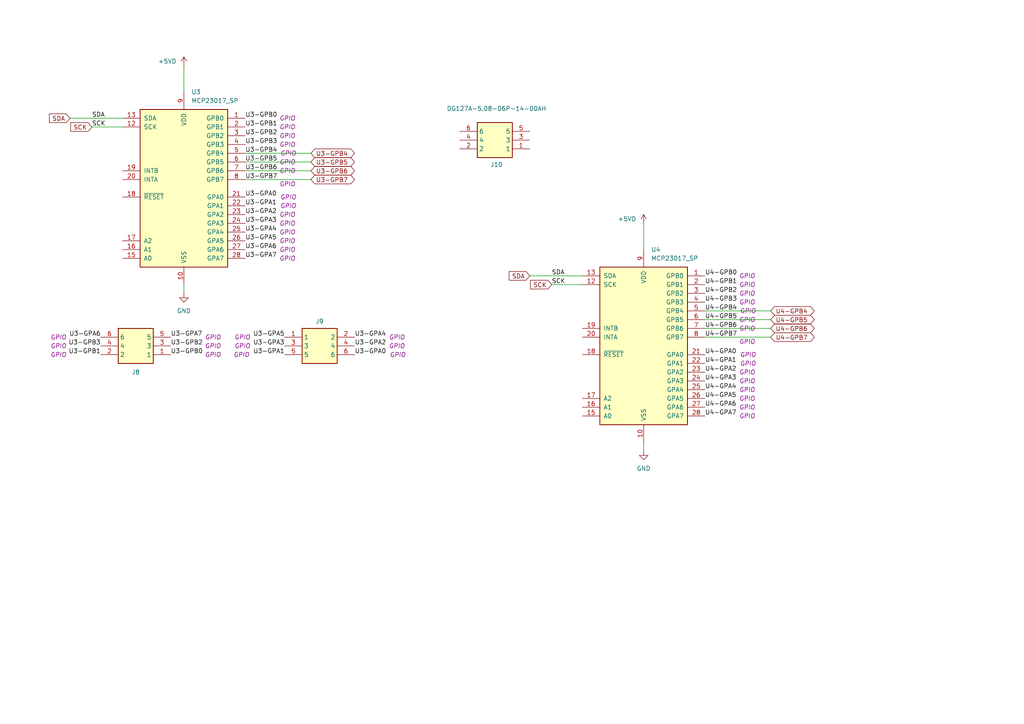
<source format=kicad_sch>
(kicad_sch (version 20250114) (generator "eeschema") (generator_version "9.0")
  (paper "A4")
  (lib_symbols
    (symbol "1_tme:DG127A-5.08-06P-14-00AH"
      (property "Reference" "J" (at 16.51 7.62 0))
      (property "Value" "DG127A-5.08-06P-14-00AH" (at 16.51 5.08 0))
      (symbol "DG127A-5.08-06P-14-00AH_1_1"
        (rectangle (start 5.08 2.54) (end 15.24 -7.62) (stroke (width 0.254)) (fill (type background)))
        (pin passive line (at 0 0 0) (length 5.08) (name "2") (number "2"))
        (pin passive line (at 0 -2.54 0) (length 5.08) (name "4") (number "4"))
        (pin passive line (at 0 -5.08 0) (length 5.08) (name "6") (number "6"))
        (pin passive line (at 20.32 0 180) (length 5.08) (name "1") (number "1"))
        (pin passive line (at 20.32 -2.54 180) (length 5.08) (name "3") (number "3"))
        (pin passive line (at 20.32 -5.08 180) (length 5.08) (name "5") (number "5"))
      )
    )
    (symbol "Interface_Expansion:MCP23017_SP" (pin_names (offset 1.016))
      (property "Reference" "U" (at -11.43 24.13 0))
      (property "Value" "MCP23017_SP" (at 0 0 0))
      (symbol "MCP23017_SP_0_1"
        (rectangle (start -12.7 22.86) (end 12.7 -22.86) (stroke (width 0.254)) (fill (type background)))
      )
      (symbol "MCP23017_SP_1_1"
        (pin bidirectional line (at -17.78 20.32 0) (length 5.08) (name "SDA") (number "13"))
        (pin input line (at -17.78 17.78 0) (length 5.08) (name "SCK") (number "12"))
        (pin tri_state line (at -17.78 5.08 0) (length 5.08) (name "INTB") (number "19"))
        (pin tri_state line (at -17.78 2.54 0) (length 5.08) (name "INTA") (number "20"))
        (pin input line (at -17.78 -2.54 0) (length 5.08) (name "~{RESET}") (number "18"))
        (pin input line (at -17.78 -15.24 0) (length 5.08) (name "A2") (number "17"))
        (pin input line (at -17.78 -17.78 0) (length 5.08) (name "A1") (number "16"))
        (pin input line (at -17.78 -20.32 0) (length 5.08) (name "A0") (number "15"))
        (pin no_connect line (at -12.7 15.24 0) (length 5.08) (hide yes) (name "NC") (number "11"))
        (pin no_connect line (at -12.7 12.7 0) (length 5.08) (hide yes) (name "NC") (number "14"))
        (pin power_in line (at 0 27.94 270) (length 5.08) (name "VDD") (number "9"))
        (pin power_in line (at 0 -27.94 90) (length 5.08) (name "VSS") (number "10"))
        (pin bidirectional line (at 17.78 20.32 180) (length 5.08) (name "GPB0") (number "1"))
        (pin bidirectional line (at 17.78 17.78 180) (length 5.08) (name "GPB1") (number "2"))
        (pin bidirectional line (at 17.78 15.24 180) (length 5.08) (name "GPB2") (number "3"))
        (pin bidirectional line (at 17.78 12.7 180) (length 5.08) (name "GPB3") (number "4"))
        (pin bidirectional line (at 17.78 10.16 180) (length 5.08) (name "GPB4") (number "5"))
        (pin bidirectional line (at 17.78 7.62 180) (length 5.08) (name "GPB5") (number "6"))
        (pin bidirectional line (at 17.78 5.08 180) (length 5.08) (name "GPB6") (number "7"))
        (pin output line (at 17.78 2.54 180) (length 5.08) (name "GPB7") (number "8"))
        (pin bidirectional line (at 17.78 -2.54 180) (length 5.08) (name "GPA0") (number "21"))
        (pin bidirectional line (at 17.78 -5.08 180) (length 5.08) (name "GPA1") (number "22"))
        (pin bidirectional line (at 17.78 -7.62 180) (length 5.08) (name "GPA2") (number "23"))
        (pin bidirectional line (at 17.78 -10.16 180) (length 5.08) (name "GPA3") (number "24"))
        (pin bidirectional line (at 17.78 -12.7 180) (length 5.08) (name "GPA4") (number "25"))
        (pin bidirectional line (at 17.78 -15.24 180) (length 5.08) (name "GPA5") (number "26"))
        (pin bidirectional line (at 17.78 -17.78 180) (length 5.08) (name "GPA6") (number "27"))
        (pin output line (at 17.78 -20.32 180) (length 5.08) (name "GPA7") (number "28"))
      )
    )
    (symbol "power:+5VD" (power) (pin_numbers (hide yes)) (pin_names (offset 0) (hide yes))
      (property "Value" "+5VD" (at 0 3.556 0))
      (symbol "+5VD_0_1"
        (polyline (pts (xy -0.762 1.27) (xy 0 2.54)))
        (polyline (pts (xy 0 2.54) (xy 0.762 1.27)))
        (polyline (pts (xy 0 0) (xy 0 2.54)))
      )
      (symbol "+5VD_1_1"
        (pin power_in line (at 0 0 90) (length 0) (name "~") (number "1"))
      )
    )
    (symbol "power:GND" (power) (pin_numbers (hide yes)) (pin_names (offset 0) (hide yes))
      (property "Value" "GND" (at 0 -3.81 0))
      (symbol "GND_0_1"
        (polyline (pts (xy 0 0) (xy 0 -1.27) (xy 1.27 -1.27) (xy 0 -2.54) (xy -1.27 -1.27) (xy 0 -1.27)))
      )
      (symbol "GND_1_1"
        (pin power_in line (at 0 0 270) (length 0) (name "~") (number "1"))
      )
    )
  )
  (wire (pts (xy 223.52 92.71) (xy 204.47 92.71)))
  (wire (pts (xy 53.34 19.05) (xy 53.34 26.67)))
  (wire (pts (xy 90.17 44.45) (xy 71.12 44.45)))
  (wire (pts (xy 223.52 95.25) (xy 204.47 95.25)))
  (wire (pts (xy 20.32 34.29) (xy 35.56 34.29)))
  (wire (pts (xy 186.69 64.77) (xy 186.69 72.39)))
  (wire (pts (xy 26.67 36.83) (xy 35.56 36.83)))
  (wire (pts (xy 90.17 52.07) (xy 71.12 52.07)))
  (wire (pts (xy 223.52 90.17) (xy 204.47 90.17)))
  (wire (pts (xy 223.52 97.79) (xy 204.47 97.79)))
  (wire (pts (xy 186.69 128.27) (xy 186.69 130.81)))
  (wire (pts (xy 160.02 82.55) (xy 168.91 82.55)))
  (wire (pts (xy 53.34 82.55) (xy 53.34 85.09)))
  (wire (pts (xy 153.67 80.01) (xy 168.91 80.01)))
  (wire (pts (xy 90.17 49.53) (xy 71.12 49.53)))
  (wire (pts (xy 90.17 46.99) (xy 71.12 46.99)))
  (label "U4-GPB2" (at 204.47 85.09 0) (property "Netclass" "GPIO" (at 214.376 85.09 0) (effects (font (italic yes)) (justify left))))
  (label "U4-GPB4" (at 204.47 90.17 0) (property "Netclass" "GPIO" (at 214.63 90.17 0) (effects (font (italic yes)) (justify left))))
  (label "U4-GPB1" (at 204.47 82.55 0) (property "Netclass" "GPIO" (at 214.376 82.55 0) (effects (font (italic yes)) (justify left))))
  (label "U4-GPA4" (at 204.47 113.03 0) (property "Netclass" "GPIO" (at 214.376 113.03 0) (effects (font (italic yes)) (justify left))))
  (label "SCK" (at 26.67 36.83 0))
  (label "U4-GPB5" (at 204.47 92.71 0) (property "Netclass" "GPIO" (at 214.376 92.71 0) (effects (font (italic yes)) (justify left))))
  (label "U3-GPA5" (at 82.55 97.79 180) (property "Netclass" "GPIO" (at 72.644 97.79 0) (effects (font (italic yes)) (justify right))))
  (label "U3-GPB6" (at 71.12 49.53 0) (property "Netclass" "GPIO" (at 81.026 49.53 0) (effects (font (italic yes)) (justify left))))
  (label "U4-GPA0" (at 204.47 102.87 0) (property "Netclass" "GPIO" (at 214.63 102.87 0) (effects (font (italic yes)) (justify left))))
  (label "U4-GPA5" (at 204.47 115.57 0) (property "Netclass" "GPIO" (at 214.376 115.57 0) (effects (font (italic yes)) (justify left))))
  (label "U3-GPA2" (at 71.12 62.23 0) (property "Netclass" "GPIO" (at 81.026 62.23 0) (effects (font (italic yes)) (justify left))))
  (label "U3-GPB2" (at 71.12 39.37 0) (property "Netclass" "GPIO" (at 81.026 39.37 0) (effects (font (italic yes)) (justify left))))
  (label "U3-GPA4" (at 102.87 97.79 0) (property "Netclass" "GPIO" (at 112.776 97.79 0) (effects (font (italic yes)) (justify left))))
  (label "U3-GPB2" (at 49.53 100.33 0) (property "Netclass" "GPIO" (at 59.436 100.33 0) (effects (font (italic yes)) (justify left))))
  (label "U3-GPA5" (at 71.12 69.85 0) (property "Netclass" "GPIO" (at 81.026 69.85 0) (effects (font (italic yes)) (justify left))))
  (label "U3-GPA1" (at 82.55 102.87 180) (property "Netclass" "GPIO" (at 72.39 102.87 0) (effects (font (italic yes)) (justify right))))
  (label "U3-GPB0" (at 71.12 34.29 0) (property "Netclass" "GPIO" (at 81.026 34.29 0) (effects (font (italic yes)) (justify left))))
  (label "U3-GPA7" (at 71.12 74.93 0) (property "Netclass" "GPIO" (at 81.026 74.93 0) (effects (font (italic yes)) (justify left))))
  (label "SDA" (at 26.67 34.29 0))
  (label "U3-GPA7" (at 49.53 97.79 0) (property "Netclass" "GPIO" (at 59.436 97.79 0) (effects (font (italic yes)) (justify left))))
  (label "U4-GPA2" (at 204.47 107.95 0) (property "Netclass" "GPIO" (at 214.376 107.95 0) (effects (font (italic yes)) (justify left))))
  (label "U4-GPB0" (at 204.47 80.01 0) (property "Netclass" "GPIO" (at 214.376 80.01 0) (effects (font (italic yes)) (justify left))))
  (label "U3-GPA2" (at 102.87 100.33 0) (property "Netclass" "GPIO" (at 112.776 100.33 0) (effects (font (italic yes)) (justify left))))
  (label "U3-GPB1" (at 71.12 36.83 0) (property "Netclass" "GPIO" (at 81.026 36.83 0) (effects (font (italic yes)) (justify left))))
  (label "U3-GPA0" (at 102.87 102.87 0) (property "Netclass" "GPIO" (at 113.03 102.87 0) (effects (font (italic yes)) (justify left))))
  (label "U3-GPA3" (at 71.12 64.77 0) (property "Netclass" "GPIO" (at 81.026 64.77 0) (effects (font (italic yes)) (justify left))))
  (label "U3-GPB7" (at 71.12 52.07 0) (property "Netclass" "GPIO" (at 81.026 53.34 0) (effects (font (italic yes)) (justify left))))
  (label "U3-GPA6" (at 29.21 97.79 180) (property "Netclass" "GPIO" (at 19.304 97.79 0) (effects (font (italic yes)) (justify right))))
  (label "U4-GPA6" (at 204.47 118.11 0) (property "Netclass" "GPIO" (at 214.376 118.11 0) (effects (font (italic yes)) (justify left))))
  (label "U3-GPB3" (at 29.21 100.33 180) (property "Netclass" "GPIO" (at 19.304 100.33 0) (effects (font (italic yes)) (justify right))))
  (label "U3-GPA4" (at 71.12 67.31 0) (property "Netclass" "GPIO" (at 81.026 67.31 0) (effects (font (italic yes)) (justify left))))
  (label "U4-GPB3" (at 204.47 87.63 0) (property "Netclass" "GPIO" (at 214.376 87.63 0) (effects (font (italic yes)) (justify left))))
  (label "U4-GPB7" (at 204.47 97.79 0) (property "Netclass" "GPIO" (at 214.376 99.06 0) (effects (font (italic yes)) (justify left))))
  (label "SCK" (at 160.02 82.55 0))
  (label "U3-GPA6" (at 71.12 72.39 0) (property "Netclass" "GPIO" (at 81.026 72.39 0) (effects (font (italic yes)) (justify left))))
  (label "U4-GPA3" (at 204.47 110.49 0) (property "Netclass" "GPIO" (at 214.376 110.49 0) (effects (font (italic yes)) (justify left))))
  (label "U4-GPA7" (at 204.47 120.65 0) (property "Netclass" "GPIO" (at 214.376 120.65 0) (effects (font (italic yes)) (justify left))))
  (label "U3-GPA0" (at 71.12 57.15 0) (property "Netclass" "GPIO" (at 81.28 57.15 0) (effects (font (italic yes)) (justify left))))
  (label "U3-GPA1" (at 71.12 59.69 0) (property "Netclass" "GPIO" (at 81.28 59.69 0) (effects (font (italic yes)) (justify left))))
  (label "SDA" (at 160.02 80.01 0))
  (label "U4-GPA1" (at 204.47 105.41 0) (property "Netclass" "GPIO" (at 214.63 105.41 0) (effects (font (italic yes)) (justify left))))
  (label "U3-GPB3" (at 71.12 41.91 0) (property "Netclass" "GPIO" (at 81.026 41.91 0) (effects (font (italic yes)) (justify left))))
  (label "U3-GPB1" (at 29.21 102.87 180) (property "Netclass" "GPIO" (at 19.304 102.87 0) (effects (font (italic yes)) (justify right))))
  (label "U3-GPB0" (at 49.53 102.87 0) (property "Netclass" "GPIO" (at 59.436 102.87 0) (effects (font (italic yes)) (justify left))))
  (label "U3-GPB5" (at 71.12 46.99 0) (property "Netclass" "GPIO" (at 81.026 46.99 0) (effects (font (italic yes)) (justify left))))
  (label "U3-GPA3" (at 82.55 100.33 180) (property "Netclass" "GPIO" (at 72.644 100.33 0) (effects (font (italic yes)) (justify right))))
  (label "U4-GPB6" (at 204.47 95.25 0) (property "Netclass" "GPIO" (at 214.376 95.25 0) (effects (font (italic yes)) (justify left))))
  (label "U3-GPB4" (at 71.12 44.45 0) (property "Netclass" "GPIO" (at 81.28 44.45 0) (effects (font (italic yes)) (justify left))))
  (global_label "SDA" (shape input) (at 20.32 34.29 180) (property "Intersheetrefs" "${INTERSHEET_REFS}" (effects (hide yes))))
  (global_label "U4-GPB6" (shape bidirectional) (at 223.52 95.25 0) (property "Intersheetrefs" "${INTERSHEET_REFS}" (effects (hide yes))))
  (global_label "SCK" (shape input) (at 160.02 82.55 180) (property "Intersheetrefs" "${INTERSHEET_REFS}" (effects (hide yes))))
  (global_label "U3-GPB6" (shape bidirectional) (at 90.17 49.53 0) (property "Intersheetrefs" "${INTERSHEET_REFS}" (effects (hide yes))))
  (global_label "U4-GPB4" (shape bidirectional) (at 223.52 90.17 0) (property "Intersheetrefs" "${INTERSHEET_REFS}" (effects (hide yes))))
  (global_label "U3-GPB7" (shape bidirectional) (at 90.17 52.07 0) (property "Intersheetrefs" "${INTERSHEET_REFS}" (effects (hide yes))))
  (global_label "U4-GPB7" (shape bidirectional) (at 223.52 97.79 0) (property "Intersheetrefs" "${INTERSHEET_REFS}" (effects (hide yes))))
  (global_label "U3-GPB5" (shape bidirectional) (at 90.17 46.99 0) (property "Intersheetrefs" "${INTERSHEET_REFS}" (effects (hide yes))))
  (global_label "U4-GPB5" (shape bidirectional) (at 223.52 92.71 0) (property "Intersheetrefs" "${INTERSHEET_REFS}" (effects (hide yes))))
  (global_label "U3-GPB4" (shape bidirectional) (at 90.17 44.45 0) (property "Intersheetrefs" "${INTERSHEET_REFS}" (effects (hide yes))))
  (global_label "SCK" (shape input) (at 26.67 36.83 180) (property "Intersheetrefs" "${INTERSHEET_REFS}" (effects (hide yes))))
  (global_label "SDA" (shape input) (at 153.67 80.01 180) (property "Intersheetrefs" "${INTERSHEET_REFS}" (effects (hide yes))))
  (symbol (lib_id "power:+5VD") (at 53.34 19.05 0) (unit 1)
    (property "Reference" "#PWR07" (effects (hide yes)))
    (property "Value" "+5VD" (at 48.514 17.78 0))
    (property "Description" "Power symbol creates a global label with name \"+5VD\"" (effects (hide yes)))
  )
  (symbol (lib_id "power:GND") (at 186.69 130.81 0) (unit 1)
    (property "Reference" "#PWR010" (effects (hide yes)))
    (property "Value" "GND" (at 186.69 135.89 0))
    (property "Description" "Power symbol creates a global label with name \"GND\" , ground" (effects (hide yes)))
  )
  (symbol (lib_id "power:+5VD") (at 186.69 64.77 0) (unit 1)
    (property "Reference" "#PWR09" (effects (hide yes)))
    (property "Value" "+5VD" (at 181.864 63.5 0))
    (property "Description" "Power symbol creates a global label with name \"+5VD\"" (effects (hide yes)))
  )
  (symbol (lib_id "Interface_Expansion:MCP23017_SP") (at 53.34 54.61 0) (unit 1)
    (property "Reference" "U3" (at 55.4833 26.67 0) (effects (justify left)))
    (property "Value" "MCP23017_SP" (at 55.4833 29.21 0) (effects (justify left)))
    (property "Footprint" "Package_DIP:DIP-28_W7.62mm" (effects (hide yes)))
    (property "Datasheet" "https://ww1.microchip.com/downloads/aemDocuments/documents/APID/ProductDocuments/DataSheets/MCP23017-Data-Sheet-DS20001952.pdf" (effects (hide yes)))
    (property "Description" "16-bit I/O expander, I2C, interrupts, w pull-ups, SPDIP-28" (effects (hide yes)))
  )
  (symbol (lib_id "power:GND") (at 53.34 85.09 0) (unit 1)
    (property "Reference" "#PWR08" (effects (hide yes)))
    (property "Value" "GND" (at 53.34 90.17 0))
    (property "Description" "Power symbol creates a global label with name \"GND\" , ground" (effects (hide yes)))
  )
  (symbol (lib_id "1_tme:DG127A-5.08-06P-14-00AH") (at 29.21 102.87 0) (mirror x) (unit 1)
    (property "Reference" "J8" (at 39.37 107.95 0))
    (property "Value" "DG127A-5.08-06P-14-00AH" (effects (hide yes)))
    (property "Footprint" "DG127A50806P1400AH" (effects (hide yes)))
    (property "Datasheet" "https://www.degson.com/index.php?a=downloadFile&id=1094971&name=%27ZmlsZTQ=%27&lang=en" (effects (hide yes)))
    (property "Description" "PCB terminal block; angled 90; 5.08mm; ways: 6; on PCBs; terminal" (effects (hide yes)))
    (property "Height" "19.41" (effects (hide yes)))
    (property "Manufacturer_Name" "Degson" (effects (hide yes)))
    (property "Manufacturer_Part_Number" "DG127A-5.08-06P-14-00AH" (effects (hide yes)))
  )
  (symbol (lib_id "1_tme:DG127A-5.08-06P-14-00AH") (at 102.87 97.79 0) (mirror y) (unit 1)
    (property "Reference" "J9" (at 92.71 93.218 0))
    (property "Value" "DG127A-5.08-06P-14-00AH" (effects (hide yes)))
    (property "Footprint" "DG127A50806P1400AH" (effects (hide yes)))
    (property "Datasheet" "https://www.degson.com/index.php?a=downloadFile&id=1094971&name=%27ZmlsZTQ=%27&lang=en" (effects (hide yes)))
    (property "Description" "PCB terminal block; angled 90; 5.08mm; ways: 6; on PCBs; terminal" (effects (hide yes)))
    (property "Height" "19.41" (effects (hide yes)))
    (property "Manufacturer_Name" "Degson" (effects (hide yes)))
    (property "Manufacturer_Part_Number" "DG127A-5.08-06P-14-00AH" (effects (hide yes)))
  )
  (symbol (lib_id "1_tme:DG127A-5.08-06P-14-00AH") (at 133.35 43.18 0) (mirror x) (unit 1)
    (property "Reference" "J10" (at 144.018 47.752 0))
    (property "Value" "DG127A-5.08-06P-14-00AH" (at 144.018 31.496 0))
    (property "Footprint" "DG127A50806P1400AH" (effects (hide yes)))
    (property "Datasheet" "https://www.degson.com/index.php?a=downloadFile&id=1094971&name=%27ZmlsZTQ=%27&lang=en" (effects (hide yes)))
    (property "Description" "PCB terminal block; angled 90; 5.08mm; ways: 6; on PCBs; terminal" (effects (hide yes)))
    (property "Height" "19.41" (effects (hide yes)))
    (property "Manufacturer_Name" "Degson" (effects (hide yes)))
    (property "Manufacturer_Part_Number" "DG127A-5.08-06P-14-00AH" (effects (hide yes)))
  )
  (symbol (lib_id "Interface_Expansion:MCP23017_SP") (at 186.69 100.33 0) (unit 1)
    (property "Reference" "U4" (at 188.8333 72.39 0) (effects (justify left)))
    (property "Value" "MCP23017_SP" (at 188.8333 74.93 0) (effects (justify left)))
    (property "Footprint" "Package_DIP:DIP-28_W7.62mm" (effects (hide yes)))
    (property "Datasheet" "https://ww1.microchip.com/downloads/aemDocuments/documents/APID/ProductDocuments/DataSheets/MCP23017-Data-Sheet-DS20001952.pdf" (effects (hide yes)))
    (property "Description" "16-bit I/O expander, I2C, interrupts, w pull-ups, SPDIP-28" (effects (hide yes)))
  )
)
</source>
